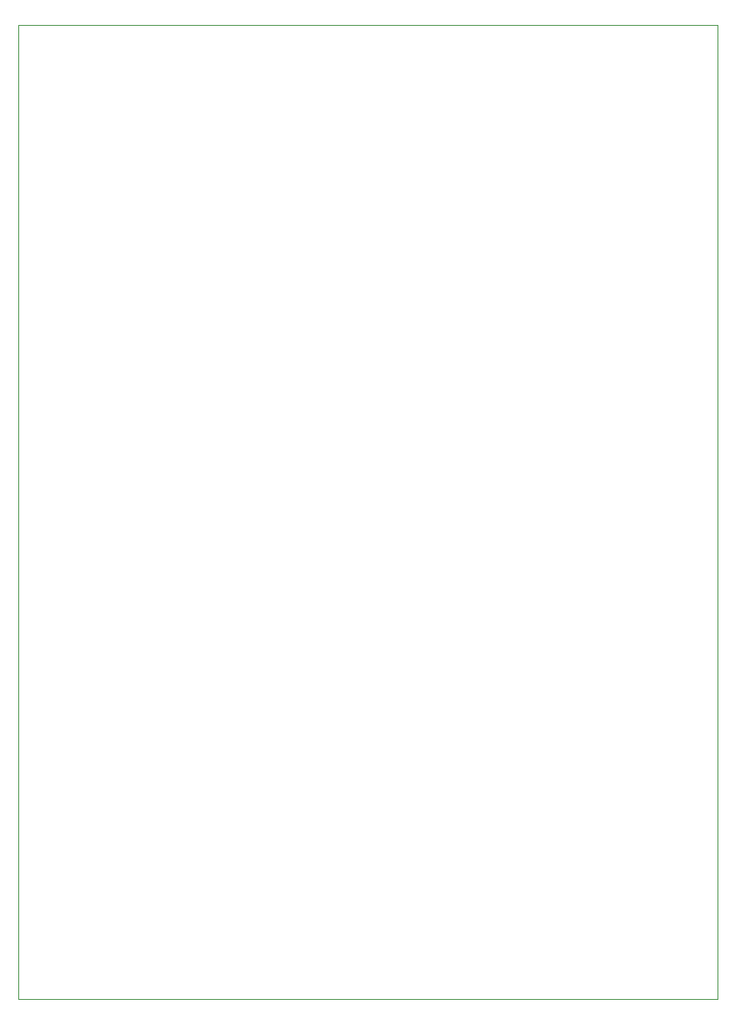
<source format=gbr>
%TF.GenerationSoftware,KiCad,Pcbnew,7.0.8+dfsg-1*%
%TF.CreationDate,2023-11-11T20:14:11-05:00*%
%TF.ProjectId,MIDI Converter,4d494449-2043-46f6-9e76-65727465722e,rev?*%
%TF.SameCoordinates,PX8062360PY720f380*%
%TF.FileFunction,Profile,NP*%
%FSLAX46Y46*%
G04 Gerber Fmt 4.6, Leading zero omitted, Abs format (unit mm)*
G04 Created by KiCad (PCBNEW 7.0.8+dfsg-1) date 2023-11-11 20:14:11*
%MOMM*%
%LPD*%
G01*
G04 APERTURE LIST*
%TA.AperFunction,Profile*%
%ADD10C,0.100000*%
%TD*%
G04 APERTURE END LIST*
D10*
X-15240000Y78960000D02*
X55880000Y78960000D01*
X55880000Y-20100000D01*
X-15240000Y-20100000D01*
X-15240000Y78960000D01*
M02*

</source>
